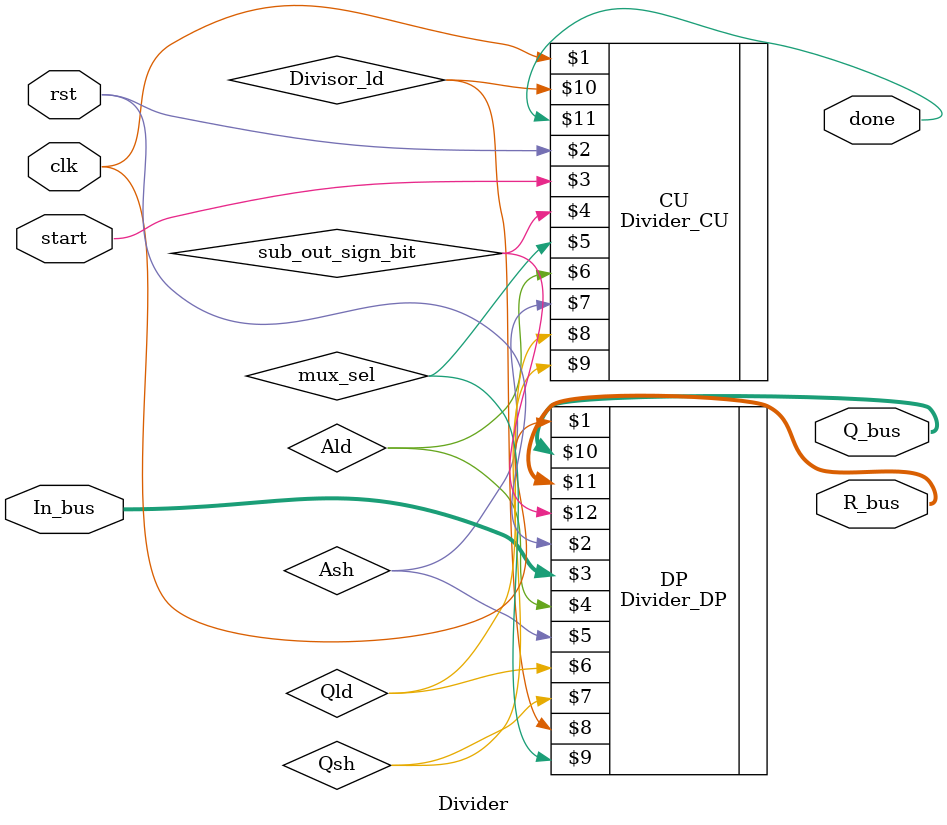
<source format=v>
`timescale 1ns/1ns
module Divider(clk,rst,start, In_bus,Q_bus,R_bus, done);
    input clk, rst, start;
    input [5:0] In_bus;
    output [5:0] Q_bus, R_bus;
    output done;

    wire Ald, Ash, Qld, Qsh, Divisor_ld, mux_sel, sub_out_sign_bit;

    Divider_DP DP(clk,rst, In_bus, Ald,Ash, Qld,Qsh, Divisor_ld, mux_sel, Q_bus,R_bus, sub_out_sign_bit);
    Divider_CU CU(clk,rst, start, sub_out_sign_bit, mux_sel, Ald,Ash, Qld,Qsh, Divisor_ld, done);

endmodule

</source>
